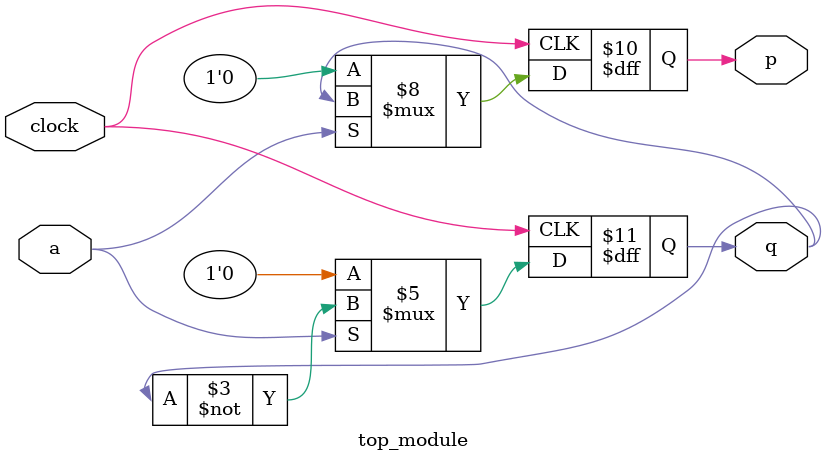
<source format=sv>
module top_module (
    input clock,
    input a, 
    output reg p,
    output reg q
);

always @(posedge clock) begin
    if (a == 0) begin
        p <= 0;
        q <= 0;
    end
    else begin
        p <= q;
        q <= ~q;
    end
end

endmodule

</source>
